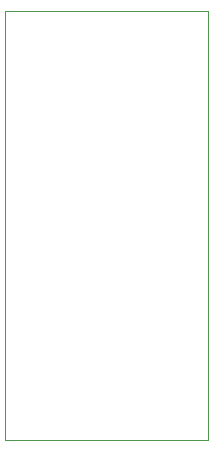
<source format=gbr>
%TF.GenerationSoftware,KiCad,Pcbnew,(5.1.7)-1*%
%TF.CreationDate,2021-02-13T22:19:47+01:00*%
%TF.ProjectId,breakout_longlcd,62726561-6b6f-4757-945f-6c6f6e676c63,rev?*%
%TF.SameCoordinates,Original*%
%TF.FileFunction,Profile,NP*%
%FSLAX46Y46*%
G04 Gerber Fmt 4.6, Leading zero omitted, Abs format (unit mm)*
G04 Created by KiCad (PCBNEW (5.1.7)-1) date 2021-02-13 22:19:47*
%MOMM*%
%LPD*%
G01*
G04 APERTURE LIST*
%TA.AperFunction,Profile*%
%ADD10C,0.050000*%
%TD*%
G04 APERTURE END LIST*
D10*
X149250400Y-114858800D02*
X132130800Y-114858800D01*
X132130800Y-78536800D02*
X132130800Y-114858800D01*
X149250400Y-78536800D02*
X132130800Y-78536800D01*
X149250400Y-114858800D02*
X149250400Y-78536800D01*
M02*

</source>
